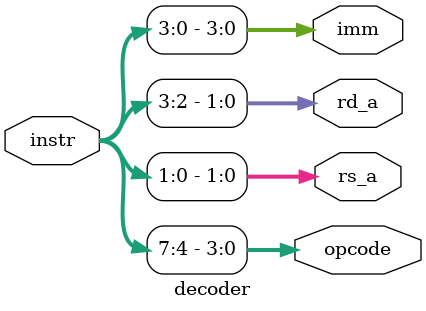
<source format=v>

module decoder(
`ifdef use_power_pins
    inout vccd1,	// user area 1 1.8v supply
    inout vssd1,	// user area 1 digital ground
`endif
    input [7:0] instr,
    output [3:0] opcode,
    output [1:0] rs_a,
    output [1:0] rd_a,
    output [3:0] imm
);

    assign opcode = instr[7:4];
    assign rd_a = instr[3:2];
    assign rs_a = instr[1:0];
    assign imm = instr[3:0];
endmodule

</source>
